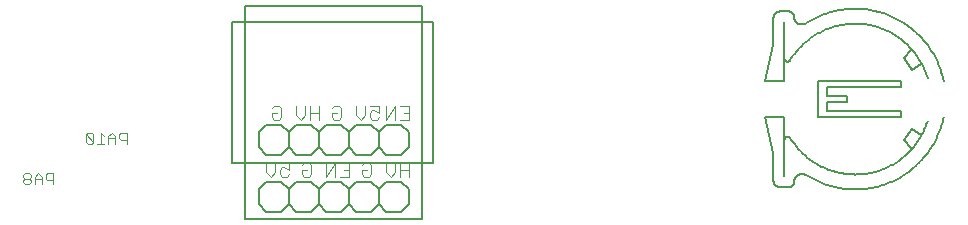
<source format=gbo>
G75*
%MOIN*%
%OFA0B0*%
%FSLAX25Y25*%
%IPPOS*%
%LPD*%
%AMOC8*
5,1,8,0,0,1.08239X$1,22.5*
%
%ADD10C,0.00300*%
%ADD11C,0.00600*%
%ADD12C,0.00500*%
%ADD13C,0.00400*%
%ADD14C,0.00787*%
D10*
X0184315Y0113171D02*
X0184932Y0112554D01*
X0186167Y0112554D01*
X0186784Y0113171D01*
X0186784Y0113788D01*
X0186167Y0114406D01*
X0184932Y0114406D01*
X0184315Y0113788D01*
X0184315Y0113171D01*
X0184932Y0114406D02*
X0184315Y0115023D01*
X0184315Y0115640D01*
X0184932Y0116257D01*
X0186167Y0116257D01*
X0186784Y0115640D01*
X0186784Y0115023D01*
X0186167Y0114406D01*
X0187998Y0114406D02*
X0190467Y0114406D01*
X0190467Y0115023D02*
X0189232Y0116257D01*
X0187998Y0115023D01*
X0187998Y0112554D01*
X0190467Y0112554D02*
X0190467Y0115023D01*
X0191681Y0115640D02*
X0191681Y0114406D01*
X0192298Y0113788D01*
X0194150Y0113788D01*
X0194150Y0112554D02*
X0194150Y0116257D01*
X0192298Y0116257D01*
X0191681Y0115640D01*
X0205132Y0126671D02*
X0205749Y0126054D01*
X0206983Y0126054D01*
X0207601Y0126671D01*
X0205132Y0129140D01*
X0205132Y0126671D01*
X0207601Y0126671D02*
X0207601Y0129140D01*
X0206983Y0129757D01*
X0205749Y0129757D01*
X0205132Y0129140D01*
X0208815Y0126054D02*
X0211284Y0126054D01*
X0212498Y0126054D02*
X0212498Y0128523D01*
X0213732Y0129757D01*
X0214967Y0128523D01*
X0214967Y0126054D01*
X0214967Y0127906D02*
X0212498Y0127906D01*
X0211284Y0128523D02*
X0210049Y0129757D01*
X0210049Y0126054D01*
X0216181Y0127906D02*
X0216181Y0129140D01*
X0216798Y0129757D01*
X0218650Y0129757D01*
X0218650Y0126054D01*
X0218650Y0127288D02*
X0216798Y0127288D01*
X0216181Y0127906D01*
D11*
X0262800Y0129904D02*
X0262800Y0124904D01*
X0265300Y0122404D01*
X0270300Y0122404D01*
X0272800Y0124904D01*
X0275300Y0122404D01*
X0280300Y0122404D01*
X0282800Y0124904D01*
X0282800Y0129904D01*
X0280300Y0132404D01*
X0275300Y0132404D01*
X0272800Y0129904D01*
X0270300Y0132404D01*
X0265300Y0132404D01*
X0262800Y0129904D01*
X0272800Y0129904D02*
X0272800Y0124904D01*
X0282800Y0124904D02*
X0285300Y0122404D01*
X0290300Y0122404D01*
X0292800Y0124904D01*
X0295300Y0122404D01*
X0300300Y0122404D01*
X0302800Y0124904D01*
X0305300Y0122404D01*
X0310300Y0122404D01*
X0312800Y0124904D01*
X0312800Y0129904D01*
X0310300Y0132404D01*
X0305300Y0132404D01*
X0302800Y0129904D01*
X0300300Y0132404D01*
X0295300Y0132404D01*
X0292800Y0129904D01*
X0290300Y0132404D01*
X0285300Y0132404D01*
X0282800Y0129904D01*
X0292800Y0129904D02*
X0292800Y0124904D01*
X0302800Y0124904D02*
X0302800Y0129904D01*
X0300300Y0113404D02*
X0295300Y0113404D01*
X0292800Y0110904D01*
X0290300Y0113404D01*
X0285300Y0113404D01*
X0282800Y0110904D01*
X0280300Y0113404D01*
X0275300Y0113404D01*
X0272800Y0110904D01*
X0270300Y0113404D01*
X0265300Y0113404D01*
X0262800Y0110904D01*
X0262800Y0105904D01*
X0265300Y0103404D01*
X0270300Y0103404D01*
X0272800Y0105904D01*
X0275300Y0103404D01*
X0280300Y0103404D01*
X0282800Y0105904D01*
X0282800Y0110904D01*
X0292800Y0110904D02*
X0292800Y0105904D01*
X0295300Y0103404D01*
X0300300Y0103404D01*
X0302800Y0105904D01*
X0305300Y0103404D01*
X0310300Y0103404D01*
X0312800Y0105904D01*
X0312800Y0110904D01*
X0310300Y0113404D01*
X0305300Y0113404D01*
X0302800Y0110904D01*
X0300300Y0113404D01*
X0302800Y0110904D02*
X0302800Y0105904D01*
X0292800Y0105904D02*
X0290300Y0103404D01*
X0285300Y0103404D01*
X0282800Y0105904D01*
X0272800Y0105904D02*
X0272800Y0110904D01*
D12*
X0258237Y0100975D02*
X0317292Y0100975D01*
X0317292Y0171841D01*
X0258237Y0171841D01*
X0258237Y0100975D01*
X0253800Y0119475D02*
X0320729Y0119475D01*
X0320729Y0166719D01*
X0253800Y0166719D01*
X0253800Y0119475D01*
D13*
X0265135Y0119708D02*
X0265135Y0116639D01*
X0266669Y0115104D01*
X0268204Y0116639D01*
X0268204Y0119708D01*
X0269739Y0119708D02*
X0272808Y0119708D01*
X0272808Y0117406D01*
X0271273Y0118173D01*
X0270506Y0118173D01*
X0269739Y0117406D01*
X0269739Y0115871D01*
X0270506Y0115104D01*
X0272041Y0115104D01*
X0272808Y0115871D01*
X0277135Y0115871D02*
X0277135Y0117406D01*
X0278669Y0117406D01*
X0277135Y0118941D02*
X0277902Y0119708D01*
X0279437Y0119708D01*
X0280204Y0118941D01*
X0280204Y0115871D01*
X0279437Y0115104D01*
X0277902Y0115104D01*
X0277135Y0115871D01*
X0285135Y0115104D02*
X0285135Y0119708D01*
X0288204Y0119708D02*
X0285135Y0115104D01*
X0288204Y0115104D02*
X0288204Y0119708D01*
X0289739Y0119708D02*
X0292808Y0119708D01*
X0292808Y0115104D01*
X0289739Y0115104D01*
X0291273Y0117406D02*
X0292808Y0117406D01*
X0297135Y0117406D02*
X0297135Y0115871D01*
X0297902Y0115104D01*
X0299437Y0115104D01*
X0300204Y0115871D01*
X0300204Y0118941D01*
X0299437Y0119708D01*
X0297902Y0119708D01*
X0297135Y0118941D01*
X0297135Y0117406D02*
X0298669Y0117406D01*
X0305135Y0116639D02*
X0305135Y0119708D01*
X0308204Y0119708D02*
X0308204Y0116639D01*
X0306669Y0115104D01*
X0305135Y0116639D01*
X0309739Y0117406D02*
X0312808Y0117406D01*
X0312808Y0115104D02*
X0312808Y0119708D01*
X0309739Y0119708D02*
X0309739Y0115104D01*
X0309739Y0134104D02*
X0312808Y0134104D01*
X0312808Y0138708D01*
X0309739Y0138708D01*
X0308204Y0138708D02*
X0305135Y0134104D01*
X0305135Y0138708D01*
X0302808Y0138708D02*
X0302808Y0136406D01*
X0301273Y0137173D01*
X0300506Y0137173D01*
X0299739Y0136406D01*
X0299739Y0134871D01*
X0300506Y0134104D01*
X0302041Y0134104D01*
X0302808Y0134871D01*
X0298204Y0135639D02*
X0296669Y0134104D01*
X0295135Y0135639D01*
X0295135Y0138708D01*
X0298204Y0138708D02*
X0298204Y0135639D01*
X0299739Y0138708D02*
X0302808Y0138708D01*
X0308204Y0138708D02*
X0308204Y0134104D01*
X0311273Y0136406D02*
X0312808Y0136406D01*
X0290204Y0137941D02*
X0290204Y0134871D01*
X0289437Y0134104D01*
X0287902Y0134104D01*
X0287135Y0134871D01*
X0287135Y0136406D01*
X0288669Y0136406D01*
X0287135Y0137941D02*
X0287902Y0138708D01*
X0289437Y0138708D01*
X0290204Y0137941D01*
X0282808Y0138708D02*
X0282808Y0134104D01*
X0282808Y0136406D02*
X0279739Y0136406D01*
X0278204Y0135639D02*
X0276669Y0134104D01*
X0275135Y0135639D01*
X0275135Y0138708D01*
X0278204Y0138708D02*
X0278204Y0135639D01*
X0279739Y0134104D02*
X0279739Y0138708D01*
X0270204Y0137941D02*
X0270204Y0134871D01*
X0269437Y0134104D01*
X0267902Y0134104D01*
X0267135Y0134871D01*
X0267135Y0136406D01*
X0268669Y0136406D01*
X0267135Y0137941D02*
X0267902Y0138708D01*
X0269437Y0138708D01*
X0270204Y0137941D01*
D14*
X0431645Y0134914D02*
X0434315Y0122839D01*
X0434315Y0113885D01*
X0434310Y0113797D01*
X0434309Y0113708D01*
X0434312Y0113620D01*
X0434319Y0113531D01*
X0434330Y0113443D01*
X0434344Y0113356D01*
X0434362Y0113269D01*
X0434384Y0113183D01*
X0434410Y0113098D01*
X0434439Y0113015D01*
X0434472Y0112933D01*
X0434509Y0112852D01*
X0434549Y0112773D01*
X0434592Y0112695D01*
X0434639Y0112620D01*
X0434688Y0112547D01*
X0434741Y0112475D01*
X0434797Y0112407D01*
X0434856Y0112340D01*
X0434918Y0112277D01*
X0434982Y0112216D01*
X0435049Y0112158D01*
X0435119Y0112103D01*
X0435191Y0112051D01*
X0435264Y0112002D01*
X0435340Y0111956D01*
X0435418Y0111914D01*
X0435498Y0111875D01*
X0435579Y0111839D01*
X0435662Y0111808D01*
X0435746Y0111779D01*
X0435831Y0111755D01*
X0435917Y0111734D01*
X0436004Y0111717D01*
X0436092Y0111703D01*
X0436180Y0111694D01*
X0436268Y0111688D01*
X0436357Y0111686D01*
X0439499Y0111686D01*
X0439499Y0111685D02*
X0439580Y0111685D01*
X0439660Y0111689D01*
X0439740Y0111697D01*
X0439819Y0111708D01*
X0439898Y0111724D01*
X0439976Y0111743D01*
X0440053Y0111765D01*
X0440129Y0111792D01*
X0440204Y0111821D01*
X0440277Y0111855D01*
X0440349Y0111892D01*
X0440418Y0111932D01*
X0440486Y0111975D01*
X0440551Y0112022D01*
X0440614Y0112072D01*
X0440675Y0112124D01*
X0440733Y0112180D01*
X0440789Y0112238D01*
X0440841Y0112299D01*
X0440891Y0112362D01*
X0440938Y0112427D01*
X0440981Y0112495D01*
X0441021Y0112564D01*
X0441058Y0112636D01*
X0441092Y0112709D01*
X0441121Y0112784D01*
X0441148Y0112860D01*
X0441170Y0112937D01*
X0441189Y0113015D01*
X0441205Y0113094D01*
X0441216Y0113173D01*
X0441224Y0113253D01*
X0441228Y0113333D01*
X0441228Y0113414D01*
X0441227Y0113514D01*
X0441231Y0113614D01*
X0441238Y0113715D01*
X0441250Y0113814D01*
X0441265Y0113913D01*
X0441284Y0114012D01*
X0441308Y0114109D01*
X0441335Y0114206D01*
X0441365Y0114302D01*
X0441400Y0114396D01*
X0441438Y0114489D01*
X0441480Y0114580D01*
X0441525Y0114669D01*
X0441574Y0114757D01*
X0441626Y0114843D01*
X0441682Y0114926D01*
X0441741Y0115008D01*
X0441803Y0115086D01*
X0441868Y0115163D01*
X0441936Y0115237D01*
X0442007Y0115308D01*
X0442080Y0115376D01*
X0442157Y0115441D01*
X0442235Y0115503D01*
X0442317Y0115562D01*
X0442400Y0115618D01*
X0442485Y0115670D01*
X0442573Y0115719D01*
X0442662Y0115765D01*
X0442754Y0115807D01*
X0442846Y0115845D01*
X0442940Y0115880D01*
X0443036Y0115911D01*
X0443133Y0115938D01*
X0443230Y0115961D01*
X0443329Y0115981D01*
X0443428Y0115996D01*
X0443527Y0116008D01*
X0443627Y0116016D01*
X0443728Y0116020D01*
X0443828Y0116019D01*
X0443928Y0116015D01*
X0444028Y0116007D01*
X0444128Y0115995D01*
X0444227Y0115979D01*
X0444325Y0115959D01*
X0444423Y0115936D01*
X0444519Y0115908D01*
X0444615Y0115877D01*
X0444709Y0115842D01*
X0444801Y0115803D01*
X0444892Y0115761D01*
X0444982Y0115715D01*
X0445069Y0115665D01*
X0445154Y0115613D01*
X0437928Y0115313D02*
X0437928Y0134914D01*
X0431645Y0134914D01*
X0437940Y0127075D02*
X0437929Y0127140D01*
X0437922Y0127205D01*
X0437919Y0127271D01*
X0437920Y0127336D01*
X0437925Y0127402D01*
X0437933Y0127467D01*
X0437946Y0127531D01*
X0437962Y0127595D01*
X0437982Y0127657D01*
X0438006Y0127719D01*
X0438033Y0127778D01*
X0438064Y0127836D01*
X0438098Y0127893D01*
X0438135Y0127946D01*
X0438176Y0127998D01*
X0438220Y0128047D01*
X0438266Y0128094D01*
X0438315Y0128137D01*
X0438366Y0128178D01*
X0438420Y0128216D01*
X0438476Y0128250D01*
X0438534Y0128281D01*
X0438594Y0128308D01*
X0438655Y0128332D01*
X0438718Y0128352D01*
X0438781Y0128369D01*
X0438846Y0128381D01*
X0438911Y0128390D01*
X0438976Y0128395D01*
X0439042Y0128396D01*
X0439108Y0128393D01*
X0439173Y0128386D01*
X0439238Y0128376D01*
X0439302Y0128361D01*
X0439365Y0128343D01*
X0439427Y0128321D01*
X0439487Y0128295D01*
X0439546Y0128266D01*
X0439603Y0128234D01*
X0439658Y0128198D01*
X0439711Y0128159D01*
X0439761Y0128117D01*
X0439809Y0128072D01*
X0439854Y0128024D01*
X0439896Y0127973D01*
X0439935Y0127921D01*
X0439971Y0127866D01*
X0449111Y0134998D02*
X0449111Y0146809D01*
X0476670Y0146809D01*
X0476670Y0144841D01*
X0452064Y0144841D01*
X0452064Y0141888D01*
X0458954Y0141888D01*
X0458954Y0139920D01*
X0452064Y0139920D01*
X0452064Y0136967D01*
X0476670Y0136967D01*
X0476670Y0134998D01*
X0449111Y0134998D01*
X0439971Y0153942D02*
X0440295Y0154461D01*
X0440633Y0154972D01*
X0440982Y0155475D01*
X0441344Y0155969D01*
X0441718Y0156454D01*
X0442103Y0156930D01*
X0442500Y0157397D01*
X0442908Y0157853D01*
X0443326Y0158300D01*
X0443756Y0158736D01*
X0444196Y0159162D01*
X0444646Y0159577D01*
X0445107Y0159981D01*
X0445577Y0160374D01*
X0446056Y0160755D01*
X0446544Y0161124D01*
X0447042Y0161481D01*
X0447547Y0161826D01*
X0448061Y0162159D01*
X0448583Y0162479D01*
X0449113Y0162787D01*
X0449650Y0163081D01*
X0450194Y0163363D01*
X0450744Y0163631D01*
X0451301Y0163885D01*
X0451864Y0164126D01*
X0452433Y0164353D01*
X0453007Y0164567D01*
X0453586Y0164766D01*
X0454169Y0164951D01*
X0454757Y0165122D01*
X0455349Y0165279D01*
X0455945Y0165421D01*
X0456544Y0165549D01*
X0457145Y0165662D01*
X0457750Y0165761D01*
X0458356Y0165845D01*
X0458965Y0165914D01*
X0459575Y0165968D01*
X0460186Y0166008D01*
X0460797Y0166032D01*
X0461410Y0166042D01*
X0462022Y0166037D01*
X0462634Y0166017D01*
X0463245Y0165982D01*
X0463856Y0165932D01*
X0464465Y0165868D01*
X0465072Y0165788D01*
X0465677Y0165694D01*
X0466279Y0165586D01*
X0466879Y0165462D01*
X0467476Y0165324D01*
X0468069Y0165172D01*
X0468658Y0165006D01*
X0469243Y0164825D01*
X0469824Y0164630D01*
X0470399Y0164421D01*
X0470969Y0164198D01*
X0471534Y0163961D01*
X0472093Y0163710D01*
X0472645Y0163447D01*
X0473191Y0163169D01*
X0473731Y0162879D01*
X0474262Y0162575D01*
X0474787Y0162259D01*
X0475303Y0161930D01*
X0475812Y0161589D01*
X0476311Y0161235D01*
X0476803Y0160870D01*
X0477285Y0160492D01*
X0477758Y0160103D01*
X0478221Y0159703D01*
X0478674Y0159291D01*
X0479118Y0158869D01*
X0479550Y0158436D01*
X0479973Y0157992D01*
X0480384Y0157538D01*
X0480784Y0157075D01*
X0481173Y0156602D01*
X0481550Y0156120D01*
X0481916Y0155628D01*
X0482269Y0155128D01*
X0482610Y0154620D01*
X0482939Y0154103D01*
X0483255Y0153579D01*
X0483558Y0153046D01*
X0483848Y0152507D01*
X0484125Y0151961D01*
X0484389Y0151409D01*
X0484639Y0150850D01*
X0484875Y0150285D01*
X0485098Y0149714D01*
X0485307Y0149139D01*
X0485502Y0148558D01*
X0485682Y0147973D01*
X0483560Y0152715D02*
X0480607Y0150746D01*
X0477654Y0154683D01*
X0480164Y0157144D01*
X0445154Y0166195D02*
X0445069Y0166143D01*
X0444982Y0166093D01*
X0444892Y0166047D01*
X0444801Y0166005D01*
X0444709Y0165966D01*
X0444615Y0165931D01*
X0444519Y0165900D01*
X0444423Y0165872D01*
X0444325Y0165849D01*
X0444227Y0165829D01*
X0444128Y0165813D01*
X0444028Y0165801D01*
X0443928Y0165793D01*
X0443828Y0165789D01*
X0443728Y0165788D01*
X0443627Y0165792D01*
X0443527Y0165800D01*
X0443428Y0165812D01*
X0443329Y0165827D01*
X0443230Y0165847D01*
X0443133Y0165870D01*
X0443036Y0165897D01*
X0442940Y0165928D01*
X0442846Y0165963D01*
X0442754Y0166001D01*
X0442662Y0166043D01*
X0442573Y0166089D01*
X0442485Y0166138D01*
X0442400Y0166190D01*
X0442317Y0166246D01*
X0442235Y0166305D01*
X0442157Y0166367D01*
X0442080Y0166432D01*
X0442007Y0166500D01*
X0441936Y0166571D01*
X0441868Y0166645D01*
X0441803Y0166722D01*
X0441741Y0166800D01*
X0441682Y0166882D01*
X0441626Y0166965D01*
X0441574Y0167051D01*
X0441525Y0167139D01*
X0441480Y0167228D01*
X0441438Y0167319D01*
X0441400Y0167412D01*
X0441365Y0167506D01*
X0441335Y0167602D01*
X0441308Y0167699D01*
X0441284Y0167796D01*
X0441265Y0167895D01*
X0441250Y0167994D01*
X0441238Y0168093D01*
X0441231Y0168194D01*
X0441227Y0168294D01*
X0441228Y0168394D01*
X0441228Y0168475D01*
X0441224Y0168555D01*
X0441216Y0168635D01*
X0441205Y0168714D01*
X0441189Y0168793D01*
X0441170Y0168871D01*
X0441148Y0168948D01*
X0441121Y0169024D01*
X0441092Y0169099D01*
X0441058Y0169172D01*
X0441021Y0169244D01*
X0440981Y0169313D01*
X0440938Y0169381D01*
X0440891Y0169446D01*
X0440841Y0169509D01*
X0440789Y0169570D01*
X0440733Y0169628D01*
X0440675Y0169684D01*
X0440614Y0169736D01*
X0440551Y0169786D01*
X0440486Y0169833D01*
X0440418Y0169876D01*
X0440349Y0169916D01*
X0440277Y0169953D01*
X0440204Y0169987D01*
X0440129Y0170016D01*
X0440053Y0170043D01*
X0439976Y0170065D01*
X0439898Y0170084D01*
X0439819Y0170100D01*
X0439740Y0170111D01*
X0439660Y0170119D01*
X0439580Y0170123D01*
X0439499Y0170123D01*
X0439499Y0170122D02*
X0436357Y0170122D01*
X0436268Y0170120D01*
X0436180Y0170114D01*
X0436092Y0170105D01*
X0436004Y0170091D01*
X0435917Y0170074D01*
X0435831Y0170053D01*
X0435746Y0170029D01*
X0435662Y0170000D01*
X0435579Y0169969D01*
X0435498Y0169933D01*
X0435418Y0169894D01*
X0435340Y0169852D01*
X0435264Y0169806D01*
X0435191Y0169757D01*
X0435119Y0169705D01*
X0435049Y0169650D01*
X0434982Y0169592D01*
X0434918Y0169531D01*
X0434856Y0169468D01*
X0434797Y0169401D01*
X0434741Y0169333D01*
X0434688Y0169261D01*
X0434639Y0169188D01*
X0434592Y0169113D01*
X0434549Y0169035D01*
X0434509Y0168956D01*
X0434472Y0168875D01*
X0434439Y0168793D01*
X0434410Y0168710D01*
X0434384Y0168625D01*
X0434362Y0168539D01*
X0434344Y0168452D01*
X0434330Y0168365D01*
X0434319Y0168277D01*
X0434312Y0168188D01*
X0434309Y0168100D01*
X0434310Y0168011D01*
X0434315Y0167923D01*
X0434315Y0158969D01*
X0431645Y0146894D01*
X0437928Y0146894D01*
X0437928Y0166494D01*
X0437940Y0154683D02*
X0437932Y0154618D01*
X0437928Y0154552D01*
X0437927Y0154486D01*
X0437931Y0154421D01*
X0437939Y0154355D01*
X0437950Y0154290D01*
X0437965Y0154226D01*
X0437985Y0154163D01*
X0438007Y0154102D01*
X0438034Y0154041D01*
X0438064Y0153983D01*
X0438097Y0153926D01*
X0438134Y0153872D01*
X0438174Y0153819D01*
X0438217Y0153770D01*
X0438263Y0153722D01*
X0438312Y0153678D01*
X0438363Y0153637D01*
X0438417Y0153599D01*
X0438473Y0153564D01*
X0438530Y0153532D01*
X0438590Y0153504D01*
X0438651Y0153480D01*
X0438714Y0153459D01*
X0438777Y0153442D01*
X0438842Y0153429D01*
X0438907Y0153420D01*
X0438972Y0153414D01*
X0439038Y0153413D01*
X0439104Y0153416D01*
X0439170Y0153422D01*
X0439235Y0153432D01*
X0439299Y0153447D01*
X0439362Y0153465D01*
X0439424Y0153486D01*
X0439485Y0153512D01*
X0439544Y0153541D01*
X0439601Y0153573D01*
X0439656Y0153609D01*
X0439709Y0153648D01*
X0439760Y0153690D01*
X0439808Y0153735D01*
X0439853Y0153783D01*
X0439895Y0153834D01*
X0439934Y0153887D01*
X0439970Y0153942D01*
X0439971Y0127866D02*
X0440299Y0127343D01*
X0440640Y0126828D01*
X0440993Y0126322D01*
X0441358Y0125824D01*
X0441736Y0125336D01*
X0442125Y0124856D01*
X0442526Y0124387D01*
X0442939Y0123927D01*
X0443362Y0123478D01*
X0443796Y0123039D01*
X0444241Y0122611D01*
X0444697Y0122194D01*
X0445162Y0121788D01*
X0445637Y0121394D01*
X0446122Y0121011D01*
X0446615Y0120640D01*
X0447118Y0120282D01*
X0447630Y0119936D01*
X0448149Y0119602D01*
X0448677Y0119282D01*
X0449212Y0118974D01*
X0449755Y0118680D01*
X0450305Y0118399D01*
X0450861Y0118131D01*
X0451424Y0117877D01*
X0451993Y0117637D01*
X0452567Y0117411D01*
X0453147Y0117199D01*
X0453732Y0117001D01*
X0454322Y0116818D01*
X0454916Y0116649D01*
X0455514Y0116495D01*
X0456115Y0116355D01*
X0456720Y0116230D01*
X0457327Y0116120D01*
X0457937Y0116025D01*
X0458550Y0115945D01*
X0459164Y0115880D01*
X0459779Y0115829D01*
X0460395Y0115794D01*
X0461012Y0115774D01*
X0461630Y0115769D01*
X0462247Y0115779D01*
X0462864Y0115805D01*
X0463480Y0115845D01*
X0464095Y0115900D01*
X0464709Y0115971D01*
X0465320Y0116056D01*
X0465929Y0116156D01*
X0466536Y0116271D01*
X0467140Y0116401D01*
X0467740Y0116546D01*
X0468336Y0116705D01*
X0468929Y0116879D01*
X0469517Y0117068D01*
X0470100Y0117270D01*
X0470678Y0117487D01*
X0471251Y0117718D01*
X0471818Y0117963D01*
X0472379Y0118221D01*
X0472933Y0118494D01*
X0473480Y0118779D01*
X0474020Y0119078D01*
X0474553Y0119390D01*
X0475078Y0119715D01*
X0475595Y0120053D01*
X0476103Y0120404D01*
X0476603Y0120766D01*
X0477094Y0121141D01*
X0477575Y0121528D01*
X0478047Y0121926D01*
X0478509Y0122336D01*
X0478961Y0122757D01*
X0479402Y0123188D01*
X0479832Y0123631D01*
X0480252Y0124084D01*
X0480661Y0124547D01*
X0481058Y0125020D01*
X0481443Y0125502D01*
X0481816Y0125994D01*
X0482178Y0126494D01*
X0482527Y0127004D01*
X0482863Y0127522D01*
X0483187Y0128047D01*
X0483497Y0128581D01*
X0483795Y0129122D01*
X0484079Y0129670D01*
X0484350Y0130225D01*
X0484607Y0130786D01*
X0484850Y0131354D01*
X0485080Y0131927D01*
X0485295Y0132506D01*
X0485496Y0133090D01*
X0485683Y0133678D01*
X0483560Y0129093D02*
X0480607Y0131061D01*
X0477654Y0127124D01*
X0480164Y0124664D01*
X0490991Y0134851D02*
X0490835Y0134137D01*
X0490662Y0133427D01*
X0490472Y0132721D01*
X0490265Y0132020D01*
X0490041Y0131325D01*
X0489800Y0130635D01*
X0489542Y0129951D01*
X0489268Y0129273D01*
X0488977Y0128603D01*
X0488670Y0127939D01*
X0488348Y0127284D01*
X0488009Y0126636D01*
X0487655Y0125997D01*
X0487285Y0125366D01*
X0486900Y0124745D01*
X0486501Y0124133D01*
X0486086Y0123531D01*
X0485657Y0122939D01*
X0485214Y0122358D01*
X0484757Y0121788D01*
X0484286Y0121229D01*
X0483801Y0120682D01*
X0483304Y0120146D01*
X0482793Y0119623D01*
X0482271Y0119112D01*
X0481735Y0118614D01*
X0481188Y0118130D01*
X0480630Y0117658D01*
X0480060Y0117201D01*
X0479479Y0116757D01*
X0478888Y0116328D01*
X0478286Y0115913D01*
X0477674Y0115513D01*
X0477053Y0115128D01*
X0476423Y0114758D01*
X0475784Y0114403D01*
X0475136Y0114064D01*
X0474481Y0113741D01*
X0473818Y0113434D01*
X0473147Y0113142D01*
X0472470Y0112868D01*
X0471786Y0112610D01*
X0471096Y0112368D01*
X0470401Y0112144D01*
X0469700Y0111936D01*
X0468994Y0111745D01*
X0468284Y0111572D01*
X0467570Y0111416D01*
X0466853Y0111277D01*
X0466132Y0111155D01*
X0465409Y0111052D01*
X0464683Y0110965D01*
X0463955Y0110897D01*
X0463226Y0110846D01*
X0462496Y0110813D01*
X0461765Y0110797D01*
X0461034Y0110799D01*
X0460304Y0110819D01*
X0459574Y0110857D01*
X0458845Y0110913D01*
X0458118Y0110986D01*
X0457393Y0111076D01*
X0456670Y0111185D01*
X0455950Y0111311D01*
X0455233Y0111454D01*
X0454520Y0111614D01*
X0453811Y0111792D01*
X0453107Y0111987D01*
X0452407Y0112199D01*
X0451713Y0112428D01*
X0451025Y0112674D01*
X0450343Y0112936D01*
X0449667Y0113215D01*
X0448999Y0113510D01*
X0448337Y0113822D01*
X0447684Y0114149D01*
X0447038Y0114492D01*
X0446402Y0114850D01*
X0445774Y0115224D01*
X0445155Y0115613D01*
X0445155Y0166195D02*
X0445773Y0166586D01*
X0446401Y0166961D01*
X0447038Y0167321D01*
X0447683Y0167665D01*
X0448336Y0167993D01*
X0448997Y0168306D01*
X0449666Y0168602D01*
X0450342Y0168882D01*
X0451024Y0169145D01*
X0451712Y0169392D01*
X0452406Y0169622D01*
X0453106Y0169835D01*
X0453811Y0170031D01*
X0454520Y0170210D01*
X0455233Y0170371D01*
X0455950Y0170515D01*
X0456670Y0170642D01*
X0457393Y0170751D01*
X0458119Y0170842D01*
X0458847Y0170916D01*
X0459576Y0170972D01*
X0460306Y0171011D01*
X0461037Y0171031D01*
X0461768Y0171034D01*
X0462500Y0171019D01*
X0463230Y0170986D01*
X0463960Y0170936D01*
X0464688Y0170867D01*
X0465414Y0170781D01*
X0466138Y0170678D01*
X0466859Y0170557D01*
X0467577Y0170418D01*
X0468292Y0170262D01*
X0469002Y0170089D01*
X0469708Y0169898D01*
X0470409Y0169690D01*
X0471105Y0169466D01*
X0471796Y0169224D01*
X0472480Y0168966D01*
X0473158Y0168691D01*
X0473828Y0168400D01*
X0474492Y0168093D01*
X0475148Y0167769D01*
X0475796Y0167430D01*
X0476435Y0167075D01*
X0477066Y0166704D01*
X0477687Y0166319D01*
X0478299Y0165918D01*
X0478901Y0165503D01*
X0479492Y0165073D01*
X0480073Y0164629D01*
X0480643Y0164171D01*
X0481202Y0163699D01*
X0481749Y0163214D01*
X0482284Y0162715D01*
X0482807Y0162204D01*
X0483318Y0161680D01*
X0483815Y0161144D01*
X0484299Y0160596D01*
X0484770Y0160036D01*
X0485227Y0159465D01*
X0485670Y0158883D01*
X0486099Y0158291D01*
X0486513Y0157688D01*
X0486912Y0157075D01*
X0487296Y0156453D01*
X0487666Y0155822D01*
X0488019Y0155182D01*
X0488357Y0154533D01*
X0488679Y0153877D01*
X0488986Y0153213D01*
X0489275Y0152541D01*
X0489549Y0151863D01*
X0489806Y0151178D01*
X0490046Y0150488D01*
X0490269Y0149791D01*
X0490475Y0149090D01*
X0490665Y0148383D01*
X0490837Y0147672D01*
X0490991Y0146957D01*
M02*

</source>
